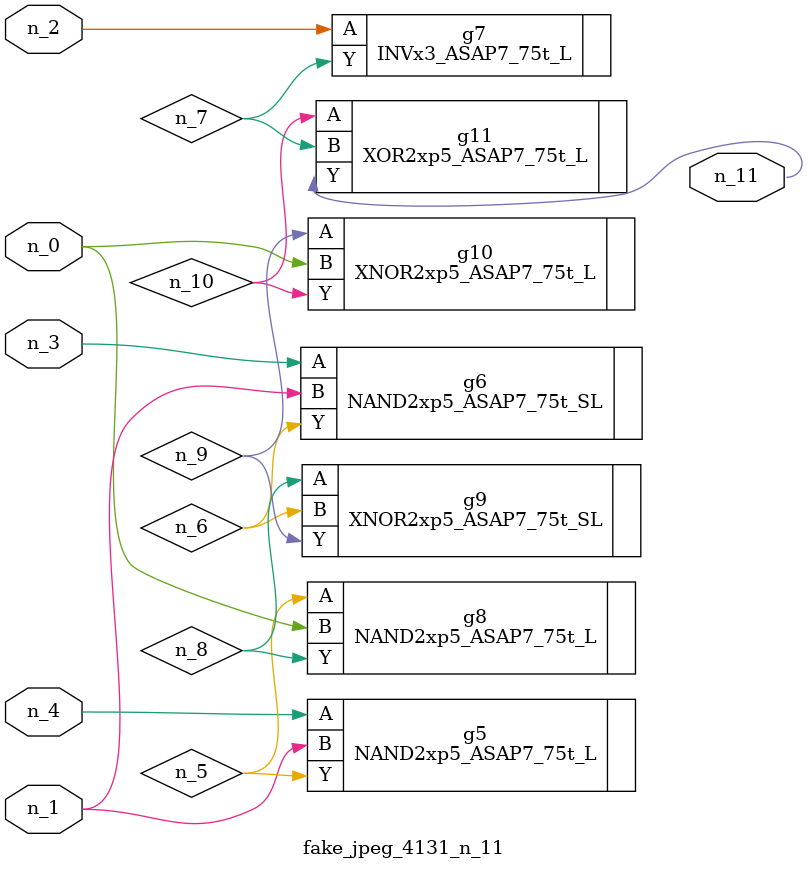
<source format=v>
module fake_jpeg_4131_n_11 (n_3, n_2, n_1, n_0, n_4, n_11);

input n_3;
input n_2;
input n_1;
input n_0;
input n_4;

output n_11;

wire n_10;
wire n_8;
wire n_9;
wire n_6;
wire n_5;
wire n_7;

NAND2xp5_ASAP7_75t_L g5 ( 
.A(n_4),
.B(n_1),
.Y(n_5)
);

NAND2xp5_ASAP7_75t_SL g6 ( 
.A(n_3),
.B(n_1),
.Y(n_6)
);

INVx3_ASAP7_75t_L g7 ( 
.A(n_2),
.Y(n_7)
);

NAND2xp5_ASAP7_75t_L g8 ( 
.A(n_5),
.B(n_0),
.Y(n_8)
);

XNOR2xp5_ASAP7_75t_SL g9 ( 
.A(n_8),
.B(n_6),
.Y(n_9)
);

XNOR2xp5_ASAP7_75t_L g10 ( 
.A(n_9),
.B(n_0),
.Y(n_10)
);

XOR2xp5_ASAP7_75t_L g11 ( 
.A(n_10),
.B(n_7),
.Y(n_11)
);


endmodule
</source>
